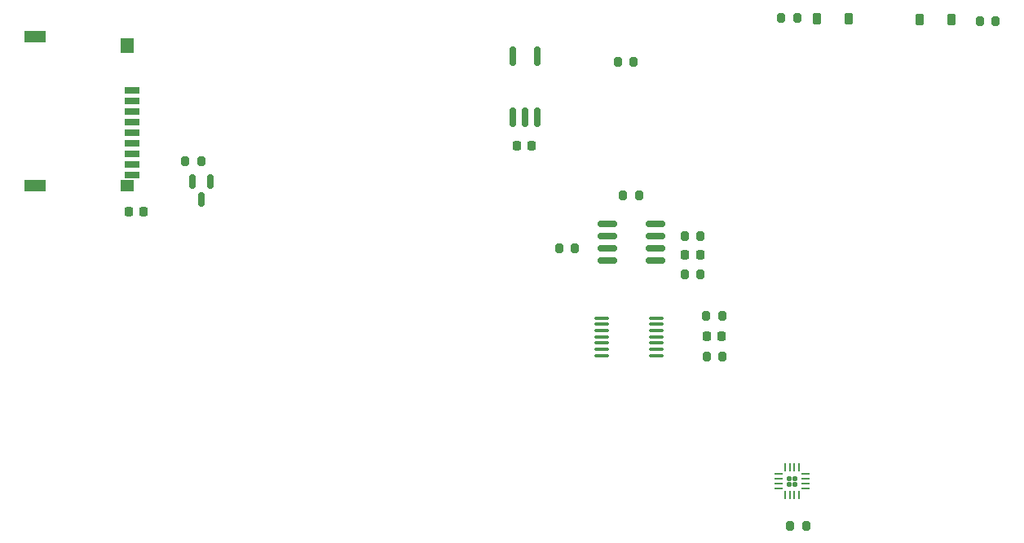
<source format=gbr>
%TF.GenerationSoftware,KiCad,Pcbnew,7.0.2*%
%TF.CreationDate,2023-06-20T02:09:05-06:00*%
%TF.ProjectId,dc31,64633331-2e6b-4696-9361-645f70636258,rev?*%
%TF.SameCoordinates,Original*%
%TF.FileFunction,Paste,Bot*%
%TF.FilePolarity,Positive*%
%FSLAX46Y46*%
G04 Gerber Fmt 4.6, Leading zero omitted, Abs format (unit mm)*
G04 Created by KiCad (PCBNEW 7.0.2) date 2023-06-20 02:09:05*
%MOMM*%
%LPD*%
G01*
G04 APERTURE LIST*
G04 Aperture macros list*
%AMRoundRect*
0 Rectangle with rounded corners*
0 $1 Rounding radius*
0 $2 $3 $4 $5 $6 $7 $8 $9 X,Y pos of 4 corners*
0 Add a 4 corners polygon primitive as box body*
4,1,4,$2,$3,$4,$5,$6,$7,$8,$9,$2,$3,0*
0 Add four circle primitives for the rounded corners*
1,1,$1+$1,$2,$3*
1,1,$1+$1,$4,$5*
1,1,$1+$1,$6,$7*
1,1,$1+$1,$8,$9*
0 Add four rect primitives between the rounded corners*
20,1,$1+$1,$2,$3,$4,$5,0*
20,1,$1+$1,$4,$5,$6,$7,0*
20,1,$1+$1,$6,$7,$8,$9,0*
20,1,$1+$1,$8,$9,$2,$3,0*%
G04 Aperture macros list end*
%ADD10RoundRect,0.150000X0.825000X0.150000X-0.825000X0.150000X-0.825000X-0.150000X0.825000X-0.150000X0*%
%ADD11RoundRect,0.200000X0.200000X0.275000X-0.200000X0.275000X-0.200000X-0.275000X0.200000X-0.275000X0*%
%ADD12RoundRect,0.160000X-0.160000X0.840000X-0.160000X-0.840000X0.160000X-0.840000X0.160000X0.840000X0*%
%ADD13RoundRect,0.225000X-0.225000X-0.250000X0.225000X-0.250000X0.225000X0.250000X-0.225000X0.250000X0*%
%ADD14RoundRect,0.200000X-0.200000X-0.275000X0.200000X-0.275000X0.200000X0.275000X-0.200000X0.275000X0*%
%ADD15RoundRect,0.150000X-0.150000X0.587500X-0.150000X-0.587500X0.150000X-0.587500X0.150000X0.587500X0*%
%ADD16RoundRect,0.225000X-0.225000X-0.375000X0.225000X-0.375000X0.225000X0.375000X-0.225000X0.375000X0*%
%ADD17RoundRect,0.125000X0.125000X0.125000X-0.125000X0.125000X-0.125000X-0.125000X0.125000X-0.125000X0*%
%ADD18RoundRect,0.062500X0.350000X0.062500X-0.350000X0.062500X-0.350000X-0.062500X0.350000X-0.062500X0*%
%ADD19RoundRect,0.062500X0.062500X0.350000X-0.062500X0.350000X-0.062500X-0.350000X0.062500X-0.350000X0*%
%ADD20RoundRect,0.100000X-0.637500X-0.100000X0.637500X-0.100000X0.637500X0.100000X-0.637500X0.100000X0*%
%ADD21R,1.600000X0.700000*%
%ADD22R,1.400000X1.200000*%
%ADD23R,2.200000X1.200000*%
%ADD24R,1.400000X1.600000*%
%ADD25RoundRect,0.225000X0.225000X0.250000X-0.225000X0.250000X-0.225000X-0.250000X0.225000X-0.250000X0*%
G04 APERTURE END LIST*
D10*
%TO.C,U8*%
X165845000Y-61825000D03*
X165845000Y-63095000D03*
X165845000Y-64365000D03*
X165845000Y-65635000D03*
X160895000Y-65635000D03*
X160895000Y-64365000D03*
X160895000Y-63095000D03*
X160895000Y-61825000D03*
%TD*%
D11*
%TO.C,R10*%
X199535000Y-40730000D03*
X201185000Y-40730000D03*
%TD*%
D12*
%TO.C,U5*%
X151060000Y-44420000D03*
X153600000Y-44420000D03*
X153600000Y-50720000D03*
X152330000Y-50720000D03*
X151060000Y-50720000D03*
%TD*%
D13*
%TO.C,C2*%
X151455000Y-53720000D03*
X153005000Y-53720000D03*
%TD*%
D14*
%TO.C,R1*%
X179855000Y-93200000D03*
X181505000Y-93200000D03*
%TD*%
%TO.C,R7*%
X162495000Y-58880000D03*
X164145000Y-58880000D03*
%TD*%
D15*
%TO.C,Q1*%
X117740000Y-57440000D03*
X119640000Y-57440000D03*
X118690000Y-59315000D03*
%TD*%
D14*
%TO.C,R6*%
X155855000Y-64380000D03*
X157505000Y-64380000D03*
%TD*%
D13*
%TO.C,C3*%
X171195000Y-73480000D03*
X172745000Y-73480000D03*
%TD*%
D11*
%TO.C,R3*%
X172785000Y-71440000D03*
X171135000Y-71440000D03*
%TD*%
D14*
%TO.C,R5*%
X163575000Y-44980000D03*
X161925000Y-44980000D03*
%TD*%
%TO.C,R9*%
X168895000Y-67100000D03*
X170545000Y-67100000D03*
%TD*%
D11*
%TO.C,R8*%
X170545000Y-63140000D03*
X168895000Y-63140000D03*
%TD*%
D14*
%TO.C,R2*%
X178935000Y-40380000D03*
X180585000Y-40380000D03*
%TD*%
D16*
%TO.C,D9*%
X193330000Y-40550000D03*
X196630000Y-40550000D03*
%TD*%
D11*
%TO.C,R4*%
X172815000Y-75660000D03*
X171165000Y-75660000D03*
%TD*%
D17*
%TO.C,U2*%
X180350000Y-88290000D03*
X180350000Y-88910000D03*
X179730000Y-88290000D03*
X179730000Y-88910000D03*
D18*
X181477500Y-87850000D03*
X181477500Y-88350000D03*
X181477500Y-88850000D03*
X181477500Y-89350000D03*
D19*
X180790000Y-90037500D03*
X180290000Y-90037500D03*
X179790000Y-90037500D03*
X179290000Y-90037500D03*
D18*
X178602500Y-89350000D03*
X178602500Y-88850000D03*
X178602500Y-88350000D03*
X178602500Y-87850000D03*
D19*
X179290000Y-87162500D03*
X179790000Y-87162500D03*
X180290000Y-87162500D03*
X180790000Y-87162500D03*
%TD*%
D16*
%TO.C,D10*%
X182642500Y-40490000D03*
X185942500Y-40490000D03*
%TD*%
D20*
%TO.C,U3*%
X160257500Y-75510000D03*
X160257500Y-74860000D03*
X160257500Y-74210000D03*
X160257500Y-73560000D03*
X160257500Y-72910000D03*
X160257500Y-72260000D03*
X160257500Y-71610000D03*
X165982500Y-71610000D03*
X165982500Y-72260000D03*
X165982500Y-72910000D03*
X165982500Y-73560000D03*
X165982500Y-74210000D03*
X165982500Y-74860000D03*
X165982500Y-75510000D03*
%TD*%
D21*
%TO.C,J1*%
X111520000Y-47930000D03*
X111520000Y-49030000D03*
X111520000Y-50130000D03*
X111520000Y-51230000D03*
X111520000Y-52330000D03*
X111520000Y-53430000D03*
X111520000Y-54530000D03*
X111520000Y-55630000D03*
X111520000Y-56730000D03*
D22*
X111020000Y-57880000D03*
D23*
X101420000Y-57880000D03*
D24*
X111020000Y-43280000D03*
D23*
X101420000Y-42380000D03*
%TD*%
D25*
%TO.C,C1*%
X112705000Y-60520000D03*
X111155000Y-60520000D03*
%TD*%
D11*
%TO.C,R11*%
X118685000Y-55270000D03*
X117035000Y-55270000D03*
%TD*%
D13*
%TO.C,C4*%
X168945000Y-65080000D03*
X170495000Y-65080000D03*
%TD*%
M02*

</source>
